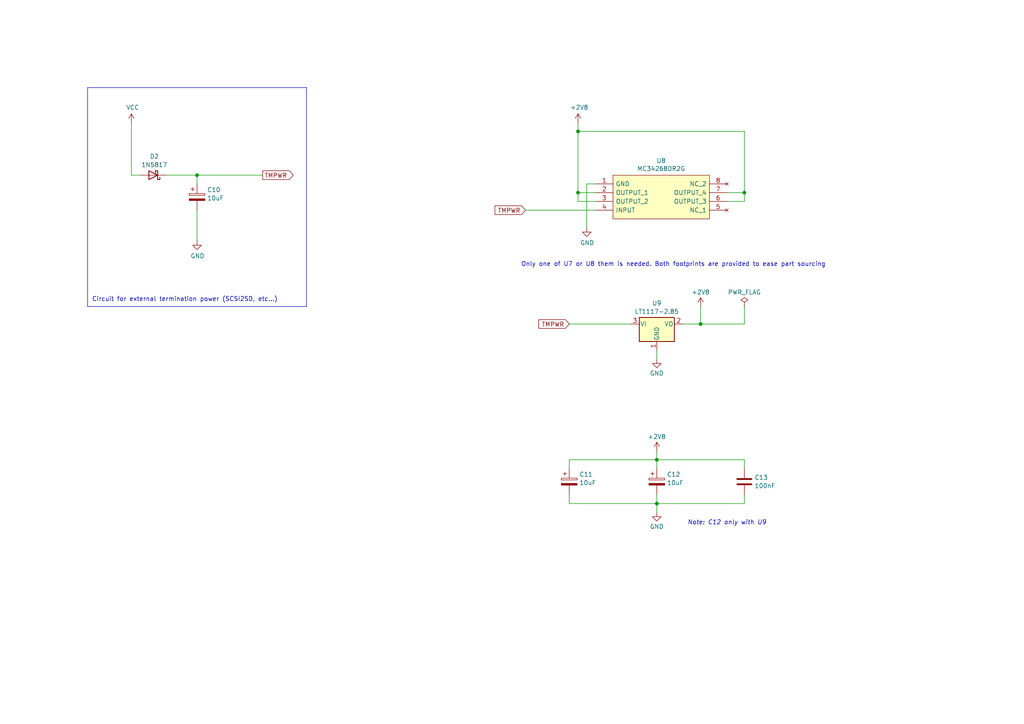
<source format=kicad_sch>
(kicad_sch (version 20231120) (generator "eeschema") (generator_version "8.0")
  (paper "A4")
  (title_block (title "MacSnap SCSI Reloaded") (date "2024-12-15") (rev "2.1") (company "Lostwave") (comment 1 "https://68kmla.org") (comment 2 "https://github.com/demik/MacSnap-SCSI"))
  (lib_symbols
    (symbol "Device:C" (pin_numbers hide) (pin_names (offset 0.254))
      (property "Reference" "C" (at 0.635 2.54 0))
      (property "Value" "C" (at 0.635 -2.54 0))
      (symbol "C_0_1"
        (polyline (pts (xy -2.032 -0.762) (xy 2.032 -0.762)) (stroke (width 0.508)))
        (polyline (pts (xy -2.032 0.762) (xy 2.032 0.762)) (stroke (width 0.508)))
      )
      (symbol "C_1_1"
        (pin passive line (at 0 3.81 270) (length 2.794) (name "~") (number "1"))
        (pin passive line (at 0 -3.81 90) (length 2.794) (name "~") (number "2"))
      )
    )
    (symbol "Device:C_Polarized" (pin_numbers hide) (pin_names (offset 0.254))
      (property "Reference" "C" (at 0.635 2.54 0))
      (property "Value" "C_Polarized" (at 0.635 -2.54 0))
      (symbol "C_Polarized_0_1"
        (rectangle (start -2.286 0.508) (end 2.286 1.016))
        (polyline (pts (xy -1.778 2.286) (xy -0.762 2.286)))
        (polyline (pts (xy -1.27 2.794) (xy -1.27 1.778)))
        (rectangle (start 2.286 -0.508) (end -2.286 -1.016) (fill (type outline)))
      )
      (symbol "C_Polarized_1_1"
        (pin passive line (at 0 3.81 270) (length 2.794) (name "~") (number "1"))
        (pin passive line (at 0 -3.81 90) (length 2.794) (name "~") (number "2"))
      )
    )
    (symbol "Diode:1N5817" (pin_numbers hide) (pin_names (offset 1.016) hide)
      (property "Reference" "D" (at 0 2.54 0))
      (property "Value" "1N5817" (at 0 -2.54 0))
      (symbol "1N5817_0_1"
        (polyline (pts (xy 1.27 0) (xy -1.27 0)))
        (polyline (pts (xy 1.27 1.27) (xy 1.27 -1.27) (xy -1.27 0) (xy 1.27 1.27)) (stroke (width 0.254)))
        (polyline (pts (xy -1.905 0.635) (xy -1.905 1.27) (xy -1.27 1.27) (xy -1.27 -1.27) (xy -0.635 -1.27) (xy -0.635 -0.635)) (stroke (width 0.254)))
      )
      (symbol "1N5817_1_1"
        (pin passive line (at -3.81 0 0) (length 2.54) (name "K") (number "1"))
        (pin passive line (at 3.81 0 180) (length 2.54) (name "A") (number "2"))
      )
    )
    (symbol "MC34268DR2G:MC34268DR2G" (pin_names (offset 0.762))
      (property "Reference" "IC" (at 34.29 7.62 0))
      (property "Value" "MC34268DR2G" (at 34.29 5.08 0))
      (symbol "MC34268DR2G_0_0"
        (pin power_in line (at 0 0 0) (length 5.08) (name "GND") (number "1"))
        (pin power_out line (at 0 -2.54 0) (length 5.08) (name "OUTPUT_1") (number "2"))
        (pin power_out line (at 0 -5.08 0) (length 5.08) (name "OUTPUT_2") (number "3"))
        (pin power_in line (at 0 -7.62 0) (length 5.08) (name "INPUT") (number "4"))
        (pin no_connect line (at 38.1 -7.62 180) (length 5.08) (name "NC_1") (number "5"))
        (pin power_out line (at 38.1 -5.08 180) (length 5.08) (name "OUTPUT_3") (number "6"))
        (pin power_out line (at 38.1 -2.54 180) (length 5.08) (name "OUTPUT_4") (number "7"))
        (pin no_connect line (at 38.1 0 180) (length 5.08) (name "NC_2") (number "8"))
      )
      (symbol "MC34268DR2G_0_1"
        (polyline (pts (xy 5.08 2.54) (xy 33.02 2.54) (xy 33.02 -10.16) (xy 5.08 -10.16) (xy 5.08 2.54)) (stroke (width 0.1524)) (fill (type background)))
      )
    )
    (symbol "Regulator_Linear:LT1117-2.85" (pin_names (offset 0.254))
      (property "Reference" "U" (at -3.81 3.175 0))
      (property "Value" "LT1117-2.85" (at 0 3.175 0))
      (symbol "LT1117-2.85_0_1"
        (rectangle (start -5.08 -5.08) (end 5.08 1.905) (stroke (width 0.254)) (fill (type background)))
      )
      (symbol "LT1117-2.85_1_1"
        (pin power_in line (at 0 -7.62 90) (length 2.54) (name "GND") (number "1"))
        (pin power_out line (at 7.62 0 180) (length 2.54) (name "VO") (number "2"))
        (pin power_in line (at -7.62 0 0) (length 2.54) (name "VI") (number "3"))
      )
    )
    (symbol "power:+2V8" (power) (pin_names (offset 0))
      (property "Value" "+2V8" (at 0 3.556 0))
      (symbol "+2V8_0_1"
        (polyline (pts (xy -0.762 1.27) (xy 0 2.54)))
        (polyline (pts (xy 0 0) (xy 0 2.54)))
        (polyline (pts (xy 0 2.54) (xy 0.762 1.27)))
      )
      (symbol "+2V8_1_1"
        (pin power_in line (at 0 0 90) (length 0) hide (name "+2V8") (number "1"))
      )
    )
    (symbol "power:GND" (power) (pin_names (offset 0))
      (property "Value" "GND" (at 0 -3.81 0))
      (symbol "GND_0_1"
        (polyline (pts (xy 0 0) (xy 0 -1.27) (xy 1.27 -1.27) (xy 0 -2.54) (xy -1.27 -1.27) (xy 0 -1.27)))
      )
      (symbol "GND_1_1"
        (pin power_in line (at 0 0 270) (length 0) hide (name "GND") (number "1"))
      )
    )
    (symbol "power:PWR_FLAG" (power) (pin_numbers hide) (pin_names (offset 0) hide)
      (property "Value" "PWR_FLAG" (at 0 3.81 0))
      (symbol "PWR_FLAG_0_0"
        (pin power_out line (at 0 0 90) (length 0) (name "pwr") (number "1"))
      )
      (symbol "PWR_FLAG_0_1"
        (polyline (pts (xy 0 0) (xy 0 1.27) (xy -1.016 1.905) (xy 0 2.54) (xy 1.016 1.905) (xy 0 1.27)))
      )
    )
    (symbol "power:VCC" (power) (pin_names (offset 0))
      (property "Value" "VCC" (at 0 3.81 0))
      (symbol "VCC_0_1"
        (polyline (pts (xy -0.762 1.27) (xy 0 2.54)))
        (polyline (pts (xy 0 0) (xy 0 2.54)))
        (polyline (pts (xy 0 2.54) (xy 0.762 1.27)))
      )
      (symbol "VCC_1_1"
        (pin power_in line (at 0 0 90) (length 0) hide (name "VCC") (number "1"))
      )
    )
  )
  (junction (at 167.64 55.88))
  (junction (at 190.5 133.35))
  (junction (at 215.9 55.88))
  (junction (at 57.15 50.8))
  (junction (at 190.5 146.05))
  (junction (at 203.2 93.98))
  (junction (at 167.64 38.1))
  (wire (pts (xy 172.72 53.34) (xy 170.18 53.34)))
  (wire (pts (xy 165.1 143.51) (xy 165.1 146.05)))
  (wire (pts (xy 170.18 53.34) (xy 170.18 66.04)))
  (wire (pts (xy 48.26 50.8) (xy 57.15 50.8)))
  (wire (pts (xy 215.9 146.05) (xy 215.9 143.51)))
  (wire (pts (xy 40.64 50.8) (xy 38.1 50.8)))
  (wire (pts (xy 190.5 133.35) (xy 190.5 135.89)))
  (wire (pts (xy 57.15 60.96) (xy 57.15 69.85)))
  (wire (pts (xy 210.82 58.42) (xy 215.9 58.42)))
  (wire (pts (xy 210.82 55.88) (xy 215.9 55.88)))
  (polyline (pts (xy 25.4 25.4) (xy 88.9 25.4)))
  (polyline (pts (xy 25.4 25.4) (xy 25.4 88.9)))
  (wire (pts (xy 172.72 58.42) (xy 167.64 58.42)))
  (wire (pts (xy 190.5 146.05) (xy 190.5 148.59)))
  (wire (pts (xy 190.5 101.6) (xy 190.5 104.14)))
  (wire (pts (xy 38.1 35.56) (xy 38.1 50.8)))
  (wire (pts (xy 215.9 55.88) (xy 215.9 38.1)))
  (wire (pts (xy 203.2 93.98) (xy 203.2 88.9)))
  (wire (pts (xy 167.64 38.1) (xy 215.9 38.1)))
  (wire (pts (xy 167.64 55.88) (xy 167.64 38.1)))
  (wire (pts (xy 190.5 146.05) (xy 215.9 146.05)))
  (wire (pts (xy 165.1 146.05) (xy 190.5 146.05)))
  (wire (pts (xy 167.64 58.42) (xy 167.64 55.88)))
  (wire (pts (xy 190.5 143.51) (xy 190.5 146.05)))
  (polyline (pts (xy 88.9 25.4) (xy 88.9 88.9)))
  (wire (pts (xy 190.5 130.81) (xy 190.5 133.35)))
  (wire (pts (xy 215.9 135.89) (xy 215.9 133.35)))
  (wire (pts (xy 167.64 35.56) (xy 167.64 38.1)))
  (wire (pts (xy 198.12 93.98) (xy 203.2 93.98)))
  (wire (pts (xy 57.15 50.8) (xy 57.15 53.34)))
  (wire (pts (xy 172.72 55.88) (xy 167.64 55.88)))
  (wire (pts (xy 165.1 93.98) (xy 182.88 93.98)))
  (wire (pts (xy 190.5 133.35) (xy 215.9 133.35)))
  (wire (pts (xy 165.1 133.35) (xy 165.1 135.89)))
  (wire (pts (xy 165.1 133.35) (xy 190.5 133.35)))
  (wire (pts (xy 152.4 60.96) (xy 172.72 60.96)))
  (wire (pts (xy 203.2 93.98) (xy 215.9 93.98)))
  (wire (pts (xy 57.15 50.8) (xy 76.2 50.8)))
  (wire (pts (xy 215.9 93.98) (xy 215.9 88.9)))
  (wire (pts (xy 215.9 58.42) (xy 215.9 55.88)))
  (polyline (pts (xy 88.9 88.9) (xy 25.4 88.9)))
  (text "Circuit for external termination power (SCSI2SD, etc…)" (at 26.67 87.63 0) (effects (font (size 1.27 1.27)) (justify left bottom)))
  (text "Only one of U7 or U8 them is needed. Both footprints are provided to ease part sourcing" (at 151.13 77.47 0) (effects (font (size 1.27 1.27)) (justify left bottom)))
  (text "Note: C12 only with U9" (at 199.39 152.4 0) (effects (font (size 1.27 1.27) (italic yes)) (justify left bottom)))
  (global_label "TMPWR" (shape input) (at 165.1 93.98 180) (property "Intersheetrefs" "${INTERSHEET_REFS}" (effects (hide yes))))
  (global_label "TMPWR" (shape output) (at 76.2 50.8 0) (property "Intersheetrefs" "${INTERSHEET_REFS}" (effects (hide yes))))
  (global_label "TMPWR" (shape input) (at 152.4 60.96 180) (property "Intersheetrefs" "${INTERSHEET_REFS}" (effects (hide yes))))
  (symbol (lib_id "MC34268DR2G:MC34268DR2G") (at 172.72 53.34 0) (unit 1)
    (property "Reference" "U8" (at 191.77 46.609 0))
    (property "Value" "MC34268DR2G" (at 191.77 48.9204 0))
    (property "Footprint" "Package_SO:SOIC-8_3.9x4.9mm_P1.27mm" (effects (hide yes)))
    (property "Datasheet" "http://www.onsemi.com/pub/Collateral/MC34268-D.PDF" (effects (hide yes)))
    (property "Description" "LDO Regulator Pos 2.85V 0.8A 8-Pin SOIC N T/R" (effects (hide yes)))
    (property "Height" "1.75" (effects (hide yes)))
    (property "Mouser Part Number" "863-MC34268DR2G" (effects (hide yes)))
    (property "Mouser Price/Stock" "https://www.mouser.co.uk/ProductDetail/ON-Semiconductor/MC34268DR2G/?qs=dFKnUM%2FquJZcE77cgObrtw%3D%3D" (effects (hide yes)))
    (property "Manufacturer_Name" "ON Semiconductor" (effects (hide yes)))
    (property "Manufacturer_Part_Number" "MC34268DR2G" (effects (hide yes)))
  )
  (symbol (lib_id "power:+2V8") (at 167.64 35.56 0) (unit 1)
    (property "Reference" "#PWR0130" (effects (hide yes)))
    (property "Value" "+2V8" (at 168.021 31.1658 0))
  )
  (symbol (lib_id "power:GND") (at 170.18 66.04 0) (unit 1)
    (property "Reference" "#PWR0131" (effects (hide yes)))
    (property "Value" "GND" (at 170.307 70.4342 0))
  )
  (symbol (lib_id "power:GND") (at 57.15 69.85 0) (unit 1)
    (property "Reference" "#PWR0127" (effects (hide yes)))
    (property "Value" "GND" (at 57.277 74.2442 0))
  )
  (symbol (lib_id "power:VCC") (at 38.1 35.56 0) (unit 1)
    (property "Reference" "#PWR0128" (effects (hide yes)))
    (property "Value" "VCC" (at 38.481 31.1658 0))
  )
  (symbol (lib_id "Regulator_Linear:LT1117-2.85") (at 190.5 93.98 0) (unit 1)
    (property "Reference" "U9" (at 190.5 87.9307 0))
    (property "Value" "LT1117-2.85" (at 190.5 90.3549 0))
    (property "Footprint" "Package_TO_SOT_SMD:SOT-223-3_TabPin2" (effects (hide yes)))
    (property "Datasheet" "https://www.analog.com/media/en/technical-documentation/data-sheets/1117fd.pdf" (effects (hide yes)))
  )
  (symbol (lib_id "power:GND") (at 190.5 104.14 0) (unit 1)
    (property "Reference" "#PWR01" (effects (hide yes)))
    (property "Value" "GND" (at 190.5 108.2731 0))
  )
  (symbol (lib_id "Device:C") (at 215.9 139.7 0) (unit 1)
    (property "Reference" "C13" (at 218.821 138.4879 0) (effects (justify left)))
    (property "Value" "100nF" (at 218.821 140.9121 0) (effects (justify left)))
    (property "Footprint" "Capacitor_THT:C_Axial_L3.8mm_D2.6mm_P10.00mm_Horizontal" (effects (hide yes)))
  )
  (symbol (lib_id "Device:C_Polarized") (at 57.15 57.15 0) (unit 1)
    (property "Reference" "C10" (at 60.071 55.0489 0) (effects (justify left)))
    (property "Value" "10uF" (at 60.071 57.4731 0) (effects (justify left)))
    (property "Footprint" "Capacitor_THT:CP_Radial_Tantal_D4.5mm_P2.50mm" (effects (hide yes)))
  )
  (symbol (lib_id "power:+2V8") (at 190.5 130.81 0) (unit 1)
    (property "Reference" "#PWR04" (effects (hide yes)))
    (property "Value" "+2V8" (at 190.5 126.6769 0))
  )
  (symbol (lib_id "power:PWR_FLAG") (at 215.9 88.9 0) (unit 1)
    (property "Reference" "#FLG01" (effects (hide yes)))
    (property "Value" "PWR_FLAG" (at 215.9 84.7669 0))
  )
  (symbol (lib_id "Device:C_Polarized") (at 190.5 139.7 0) (unit 1)
    (property "Reference" "C12" (at 193.421 137.5989 0) (effects (justify left)))
    (property "Value" "10uF" (at 193.421 140.0231 0) (effects (justify left)))
    (property "Footprint" "Capacitor_THT:CP_Radial_Tantal_D4.5mm_P2.50mm" (effects (hide yes)))
  )
  (symbol (lib_id "power:+2V8") (at 203.2 88.9 0) (unit 1)
    (property "Reference" "#PWR02" (effects (hide yes)))
    (property "Value" "+2V8" (at 203.2 84.7669 0))
  )
  (symbol (lib_id "Device:C_Polarized") (at 165.1 139.7 0) (unit 1)
    (property "Reference" "C11" (at 168.021 137.5989 0) (effects (justify left)))
    (property "Value" "10uF" (at 168.021 140.0231 0) (effects (justify left)))
    (property "Footprint" "Capacitor_THT:CP_Radial_Tantal_D4.5mm_P2.50mm" (effects (hide yes)))
  )
  (symbol (lib_id "Diode:1N5817") (at 44.45 50.8 180) (unit 1)
    (property "Reference" "D2" (at 44.7675 45.3857 0))
    (property "Value" "1N5817" (at 44.7675 47.8099 0))
    (property "Footprint" "Diode_THT:D_DO-41_SOD81_P10.16mm_Horizontal" (effects (hide yes)))
    (property "Datasheet" "http://www.vishay.com/docs/88525/1n5817.pdf" (effects (hide yes)))
  )
  (symbol (lib_id "power:GND") (at 190.5 148.59 0) (unit 1)
    (property "Reference" "#PWR03" (effects (hide yes)))
    (property "Value" "GND" (at 190.5 152.7231 0))
  )
)
</source>
